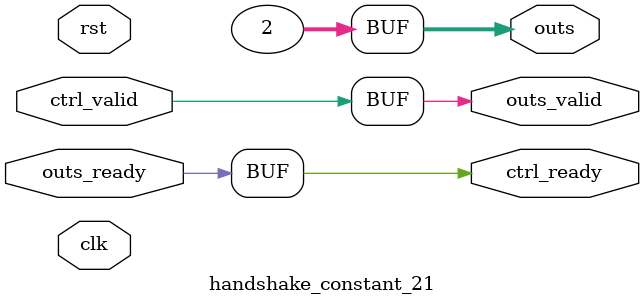
<source format=v>
`timescale 1ns / 1ps
module handshake_constant_21 #(
  parameter DATA_WIDTH = 32  // Default set to 32 bits
) (
  input                       clk,
  input                       rst,
  // Input Channel
  input                       ctrl_valid,
  output                      ctrl_ready,
  // Output Channel
  output [DATA_WIDTH - 1 : 0] outs,
  output                      outs_valid,
  input                       outs_ready
);
  assign outs       = 3'b010;
  assign outs_valid = ctrl_valid;
  assign ctrl_ready = outs_ready;

endmodule

</source>
